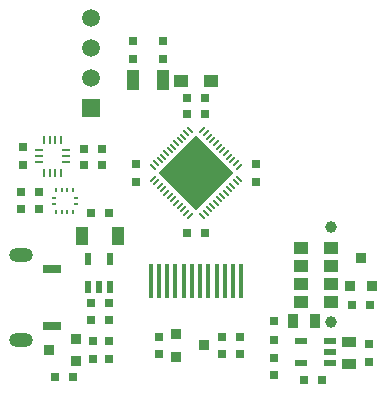
<source format=gbr>
%TF.GenerationSoftware,Altium Limited,Altium Designer,20.0.13 (296)*%
G04 Layer_Color=255*
%FSLAX25Y25*%
%MOIN*%
%TF.FileFunction,Pads,Top*%
%TF.Part,Single*%
G01*
G75*
%TA.AperFunction,SMDPad,CuDef*%
%ADD10R,0.03150X0.02756*%
G04:AMPARAMS|DCode=11|XSize=7.87mil|YSize=27.56mil|CornerRadius=0mil|HoleSize=0mil|Usage=FLASHONLY|Rotation=45.000|XOffset=0mil|YOffset=0mil|HoleType=Round|Shape=Rectangle|*
%AMROTATEDRECTD11*
4,1,4,0.00696,-0.01253,-0.01253,0.00696,-0.00696,0.01253,0.01253,-0.00696,0.00696,-0.01253,0.0*
%
%ADD11ROTATEDRECTD11*%

G04:AMPARAMS|DCode=12|XSize=7.87mil|YSize=27.56mil|CornerRadius=0mil|HoleSize=0mil|Usage=FLASHONLY|Rotation=315.000|XOffset=0mil|YOffset=0mil|HoleType=Round|Shape=Rectangle|*
%AMROTATEDRECTD12*
4,1,4,-0.01253,-0.00696,0.00696,0.01253,0.01253,0.00696,-0.00696,-0.01253,-0.01253,-0.00696,0.0*
%
%ADD12ROTATEDRECTD12*%

%ADD13P,0.25055X4X360.0*%
%ADD14R,0.02756X0.03150*%
%ADD15R,0.05000X0.04000*%
%ADD16R,0.03937X0.07087*%
%ADD17R,0.01102X0.03091*%
%ADD18R,0.03091X0.01102*%
%ADD19R,0.01102X0.01831*%
%ADD20R,0.01831X0.01102*%
%ADD21R,0.03937X0.06299*%
%ADD22R,0.01968X0.03937*%
%ADD23R,0.03740X0.03543*%
%ADD24R,0.03740X0.03543*%
%ADD25R,0.03150X0.03150*%
%ADD26R,0.03543X0.04724*%
%ADD27R,0.03937X0.01968*%
%ADD28R,0.04724X0.03543*%
%ADD29R,0.03543X0.03740*%
%ADD30R,0.03543X0.03740*%
%ADD31R,0.01378X0.11811*%
%TA.AperFunction,ComponentPad*%
%ADD36R,0.05906X0.05906*%
%ADD37C,0.05906*%
%ADD38C,0.03937*%
%ADD39R,0.05906X0.03150*%
%ADD40O,0.07874X0.04724*%
D10*
X42500Y123453D02*
D03*
Y117547D02*
D03*
X52500Y123453D02*
D03*
Y117547D02*
D03*
X5671Y82063D02*
D03*
Y87968D02*
D03*
X29000Y23453D02*
D03*
Y17547D02*
D03*
X34500D02*
D03*
Y23453D02*
D03*
X51000Y24953D02*
D03*
Y19047D02*
D03*
X72000D02*
D03*
Y24953D02*
D03*
X78000D02*
D03*
Y19047D02*
D03*
X89500Y17953D02*
D03*
Y12047D02*
D03*
X121000Y16547D02*
D03*
Y22453D02*
D03*
X43500Y82453D02*
D03*
Y76547D02*
D03*
X83500D02*
D03*
Y82453D02*
D03*
D11*
X61412Y93837D02*
D03*
X60299Y92724D02*
D03*
X59185Y91610D02*
D03*
X58071Y90496D02*
D03*
X56958Y89383D02*
D03*
X55844Y88269D02*
D03*
X54731Y87156D02*
D03*
X53617Y86042D02*
D03*
X52504Y84929D02*
D03*
X51390Y83815D02*
D03*
X50276Y82701D02*
D03*
X49163Y81588D02*
D03*
X65588Y65163D02*
D03*
X66702Y66277D02*
D03*
X67815Y67390D02*
D03*
X68929Y68504D02*
D03*
X70042Y69617D02*
D03*
X71156Y70731D02*
D03*
X72269Y71844D02*
D03*
X73383Y72958D02*
D03*
X74496Y74071D02*
D03*
X75610Y75185D02*
D03*
X76723Y76298D02*
D03*
X77837Y77412D02*
D03*
D12*
X49163D02*
D03*
X50276Y76298D02*
D03*
X51390Y75185D02*
D03*
X52504Y74071D02*
D03*
X53617Y72958D02*
D03*
X54731Y71844D02*
D03*
X55844Y70731D02*
D03*
X56958Y69617D02*
D03*
X58071Y68504D02*
D03*
X59185Y67390D02*
D03*
X60299Y66277D02*
D03*
X61412Y65163D02*
D03*
X77837Y81588D02*
D03*
X76723Y82701D02*
D03*
X75610Y83815D02*
D03*
X74496Y84929D02*
D03*
X73383Y86042D02*
D03*
X72269Y87156D02*
D03*
X71156Y88269D02*
D03*
X70042Y89383D02*
D03*
X68929Y90496D02*
D03*
X67815Y91610D02*
D03*
X66702Y92724D02*
D03*
X65588Y93837D02*
D03*
D13*
X63500Y79500D02*
D03*
D14*
X60547Y104500D02*
D03*
X66453D02*
D03*
Y99000D02*
D03*
X60547D02*
D03*
X11124Y67516D02*
D03*
X5218D02*
D03*
Y73016D02*
D03*
X11124D02*
D03*
X32124Y87516D02*
D03*
X26219D02*
D03*
X32124Y82016D02*
D03*
X26219D02*
D03*
X28547Y66000D02*
D03*
X34453D02*
D03*
Y36000D02*
D03*
X28547D02*
D03*
X34453Y30500D02*
D03*
X28547D02*
D03*
X22453Y11500D02*
D03*
X16547D02*
D03*
X99547Y10500D02*
D03*
X105453D02*
D03*
X121453Y35500D02*
D03*
X115547D02*
D03*
X60547Y59500D02*
D03*
X66453D02*
D03*
D15*
X58382Y110000D02*
D03*
X68618D02*
D03*
X108618Y54500D02*
D03*
X98382D02*
D03*
Y48500D02*
D03*
X108618D02*
D03*
Y42500D02*
D03*
X98382D02*
D03*
X108618Y36500D02*
D03*
X98382D02*
D03*
D16*
X52421Y110500D02*
D03*
X42579D02*
D03*
D17*
X18624Y90498D02*
D03*
X16656D02*
D03*
X14687D02*
D03*
X12719D02*
D03*
Y79533D02*
D03*
X14687D02*
D03*
X16656D02*
D03*
X18624D02*
D03*
D18*
X11173Y86984D02*
D03*
Y85016D02*
D03*
Y83047D02*
D03*
X20169D02*
D03*
Y85016D02*
D03*
Y86984D02*
D03*
D19*
X22624Y73657D02*
D03*
X20656D02*
D03*
X18687D02*
D03*
X16718D02*
D03*
Y66374D02*
D03*
X18687D02*
D03*
X20656D02*
D03*
X22624D02*
D03*
D20*
X16000Y71000D02*
D03*
Y69031D02*
D03*
X23343D02*
D03*
Y71000D02*
D03*
D21*
X25594Y58500D02*
D03*
X37405D02*
D03*
D22*
X34980Y41500D02*
D03*
X27500D02*
D03*
X31240D02*
D03*
X27500Y50949D02*
D03*
X34980D02*
D03*
D23*
X14374Y20500D02*
D03*
X23626Y16760D02*
D03*
X66126Y22000D02*
D03*
X56874Y25740D02*
D03*
D24*
X23626Y24240D02*
D03*
X56874Y18260D02*
D03*
D25*
X89500Y23850D02*
D03*
Y30150D02*
D03*
D26*
X103043Y30000D02*
D03*
X95957D02*
D03*
D27*
X108000Y23480D02*
D03*
Y16000D02*
D03*
Y19740D02*
D03*
X98551Y16000D02*
D03*
Y23480D02*
D03*
D28*
X114500Y15957D02*
D03*
Y23043D02*
D03*
D29*
X118500Y51126D02*
D03*
X114760Y41874D02*
D03*
D30*
X122240Y41874D02*
D03*
D31*
X78658Y43500D02*
D03*
X75902D02*
D03*
X73146D02*
D03*
X70390D02*
D03*
X67634D02*
D03*
X64878D02*
D03*
X62122D02*
D03*
X59366D02*
D03*
X56610D02*
D03*
X53854D02*
D03*
X51098D02*
D03*
X48342D02*
D03*
D36*
X28500Y101000D02*
D03*
D37*
Y111000D02*
D03*
Y121000D02*
D03*
Y131000D02*
D03*
D38*
X108339Y61347D02*
D03*
Y29850D02*
D03*
D39*
X15606Y28453D02*
D03*
Y47547D02*
D03*
D40*
X5173Y23728D02*
D03*
Y52272D02*
D03*
%TF.MD5,020039a9f63e451343d4cae8962527e9*%
M02*

</source>
